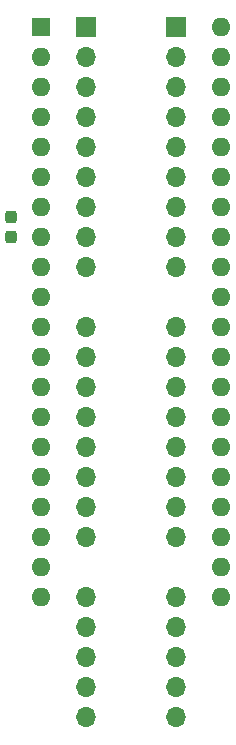
<source format=gbr>
G04 #@! TF.GenerationSoftware,KiCad,Pcbnew,8.0.4+dfsg-1*
G04 #@! TF.CreationDate,2025-03-02T12:09:04+09:00*
G04 #@! TF.ProjectId,bionic-mos6502,62696f6e-6963-42d6-9d6f-73363530322e,10*
G04 #@! TF.SameCoordinates,Original*
G04 #@! TF.FileFunction,Soldermask,Bot*
G04 #@! TF.FilePolarity,Negative*
%FSLAX46Y46*%
G04 Gerber Fmt 4.6, Leading zero omitted, Abs format (unit mm)*
G04 Created by KiCad (PCBNEW 8.0.4+dfsg-1) date 2025-03-02 12:09:04*
%MOMM*%
%LPD*%
G01*
G04 APERTURE LIST*
G04 Aperture macros list*
%AMRoundRect*
0 Rectangle with rounded corners*
0 $1 Rounding radius*
0 $2 $3 $4 $5 $6 $7 $8 $9 X,Y pos of 4 corners*
0 Add a 4 corners polygon primitive as box body*
4,1,4,$2,$3,$4,$5,$6,$7,$8,$9,$2,$3,0*
0 Add four circle primitives for the rounded corners*
1,1,$1+$1,$2,$3*
1,1,$1+$1,$4,$5*
1,1,$1+$1,$6,$7*
1,1,$1+$1,$8,$9*
0 Add four rect primitives between the rounded corners*
20,1,$1+$1,$2,$3,$4,$5,0*
20,1,$1+$1,$4,$5,$6,$7,0*
20,1,$1+$1,$6,$7,$8,$9,0*
20,1,$1+$1,$8,$9,$2,$3,0*%
G04 Aperture macros list end*
%ADD10O,1.700000X1.700000*%
%ADD11R,1.700000X1.700000*%
%ADD12RoundRect,0.237500X0.237500X-0.300000X0.237500X0.300000X-0.237500X0.300000X-0.237500X-0.300000X0*%
%ADD13R,1.600000X1.600000*%
%ADD14O,1.600000X1.600000*%
G04 APERTURE END LIST*
D10*
X117510000Y-133500000D03*
X117510000Y-130960000D03*
X117510000Y-128420000D03*
X117510000Y-125880000D03*
X117510000Y-123340000D03*
X117510000Y-118260000D03*
X117510000Y-115720000D03*
X117510000Y-113180000D03*
X117510000Y-110640000D03*
X117510000Y-108100000D03*
X117510000Y-105560000D03*
X117510000Y-103020000D03*
X117510000Y-100480000D03*
X117510000Y-95400000D03*
X117510000Y-92860000D03*
X117510000Y-90320000D03*
X117510000Y-87780000D03*
X117510000Y-85240000D03*
X117510000Y-82700000D03*
X117510000Y-80160000D03*
X117510000Y-77620000D03*
D11*
X117510000Y-75080000D03*
X109890000Y-75080000D03*
D10*
X109890000Y-77620000D03*
X109890000Y-80160000D03*
X109890000Y-82700000D03*
X109890000Y-85240000D03*
X109890000Y-87780000D03*
X109890000Y-90320000D03*
X109890000Y-92860000D03*
X109890000Y-95400000D03*
X109890000Y-100480000D03*
X109890000Y-103020000D03*
X109890000Y-105560000D03*
X109890000Y-108100000D03*
X109890000Y-110640000D03*
X109890000Y-113180000D03*
X109890000Y-115720000D03*
X109890000Y-118260000D03*
X109890000Y-123340000D03*
X109890000Y-125880000D03*
X109890000Y-128420000D03*
X109890000Y-130960000D03*
X109890000Y-133500000D03*
D12*
X103540000Y-92857800D03*
X103540000Y-91132800D03*
D13*
X106080000Y-75080000D03*
D14*
X106080000Y-77620000D03*
X106080000Y-80160000D03*
X106080000Y-82700000D03*
X106080000Y-85240000D03*
X106080000Y-87780000D03*
X106080000Y-90320000D03*
X106080000Y-92860000D03*
X106080000Y-95400000D03*
X106080000Y-97940000D03*
X106080000Y-100480000D03*
X106080000Y-103020000D03*
X106080000Y-105560000D03*
X106080000Y-108100000D03*
X106080000Y-110640000D03*
X106080000Y-113180000D03*
X106080000Y-115720000D03*
X106080000Y-118260000D03*
X106080000Y-120800000D03*
X106080000Y-123340000D03*
X121320000Y-123340000D03*
X121320000Y-120800000D03*
X121320000Y-118260000D03*
X121320000Y-115720000D03*
X121320000Y-113180000D03*
X121320000Y-110640000D03*
X121320000Y-108100000D03*
X121320000Y-105560000D03*
X121320000Y-103020000D03*
X121320000Y-100480000D03*
X121320000Y-97940000D03*
X121320000Y-95400000D03*
X121320000Y-92860000D03*
X121320000Y-90320000D03*
X121320000Y-87780000D03*
X121320000Y-85240000D03*
X121320000Y-82700000D03*
X121320000Y-80160000D03*
X121320000Y-77620000D03*
X121320000Y-75080000D03*
M02*

</source>
